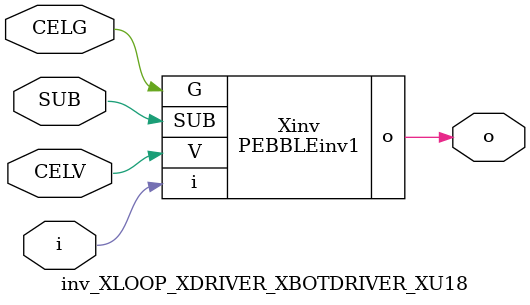
<source format=v>



module PEBBLEinv1 ( o, G, SUB, V, i );

  input V;
  input i;
  input G;
  output o;
  input SUB;
endmodule

//Celera Confidential Do Not Copy inv_XLOOP_XDRIVER_XBOTDRIVER_XU18
//Celera Confidential Symbol Generator
//5V Inverter
module inv_XLOOP_XDRIVER_XBOTDRIVER_XU18 (CELV,CELG,i,o,SUB);
input CELV;
input CELG;
input i;
input SUB;
output o;

//Celera Confidential Do Not Copy inv
PEBBLEinv1 Xinv(
.V (CELV),
.i (i),
.o (o),
.SUB (SUB),
.G (CELG)
);
//,diesize,PEBBLEinv1

//Celera Confidential Do Not Copy Module End
//Celera Schematic Generator
endmodule

</source>
